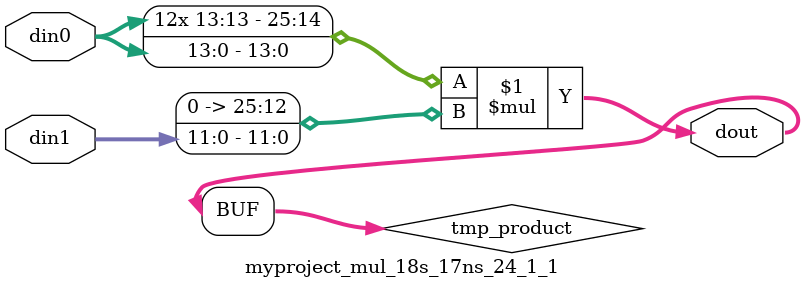
<source format=v>

`timescale 1 ns / 1 ps

  module myproject_mul_18s_17ns_24_1_1(din0, din1, dout);
parameter ID = 1;
parameter NUM_STAGE = 0;
parameter din0_WIDTH = 14;
parameter din1_WIDTH = 12;
parameter dout_WIDTH = 26;

input [din0_WIDTH - 1 : 0] din0; 
input [din1_WIDTH - 1 : 0] din1; 
output [dout_WIDTH - 1 : 0] dout;

wire signed [dout_WIDTH - 1 : 0] tmp_product;












assign tmp_product = $signed(din0) * $signed({1'b0, din1});









assign dout = tmp_product;







endmodule

</source>
